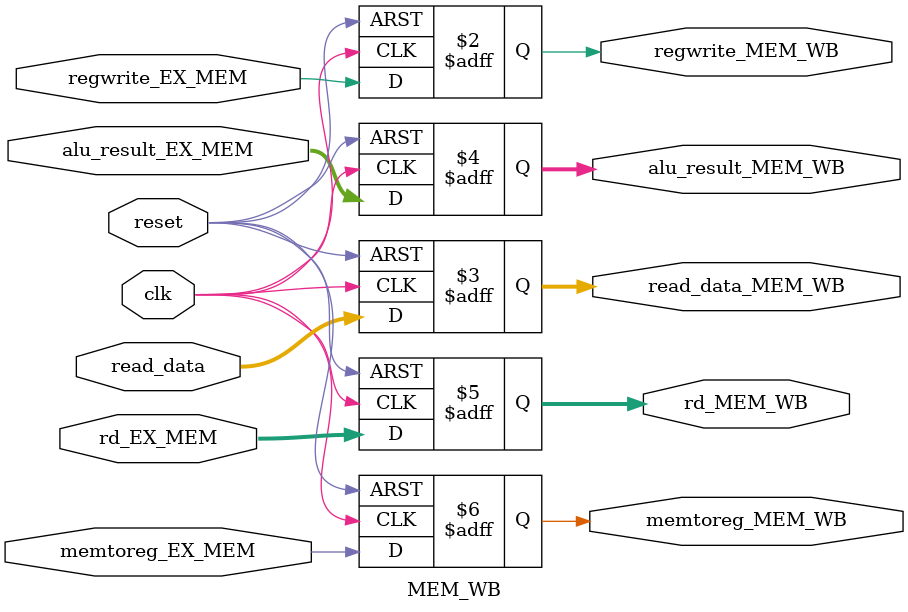
<source format=v>
`timescale 1ns / 1ps


module MEM_WB(
    input clk,
    input reset,
    input [31:0] read_data,
    input [31:0] alu_result_EX_MEM,
    input [4:0] rd_EX_MEM,
    input memtoreg_EX_MEM,
    input regwrite_EX_MEM,
    
    output reg regwrite_MEM_WB,
    output reg [31:0] read_data_MEM_WB,
    output reg [31:0] alu_result_MEM_WB,
    output reg [4:0] rd_MEM_WB,
    output reg memtoreg_MEM_WB
);
    
    always @(posedge clk, posedge reset)
    begin
        if(reset) begin
            regwrite_MEM_WB     <= 0;
            read_data_MEM_WB    <= 0;
            alu_result_MEM_WB   <= 0;
            rd_MEM_WB           <= 0;
            memtoreg_MEM_WB     <= 0;
        end
        else begin
            regwrite_MEM_WB     <= regwrite_EX_MEM;
            read_data_MEM_WB    <= read_data;
            alu_result_MEM_WB   <= alu_result_EX_MEM;
            rd_MEM_WB           <= rd_EX_MEM;
            memtoreg_MEM_WB     <= memtoreg_EX_MEM;
        end
    end
    
endmodule


</source>
